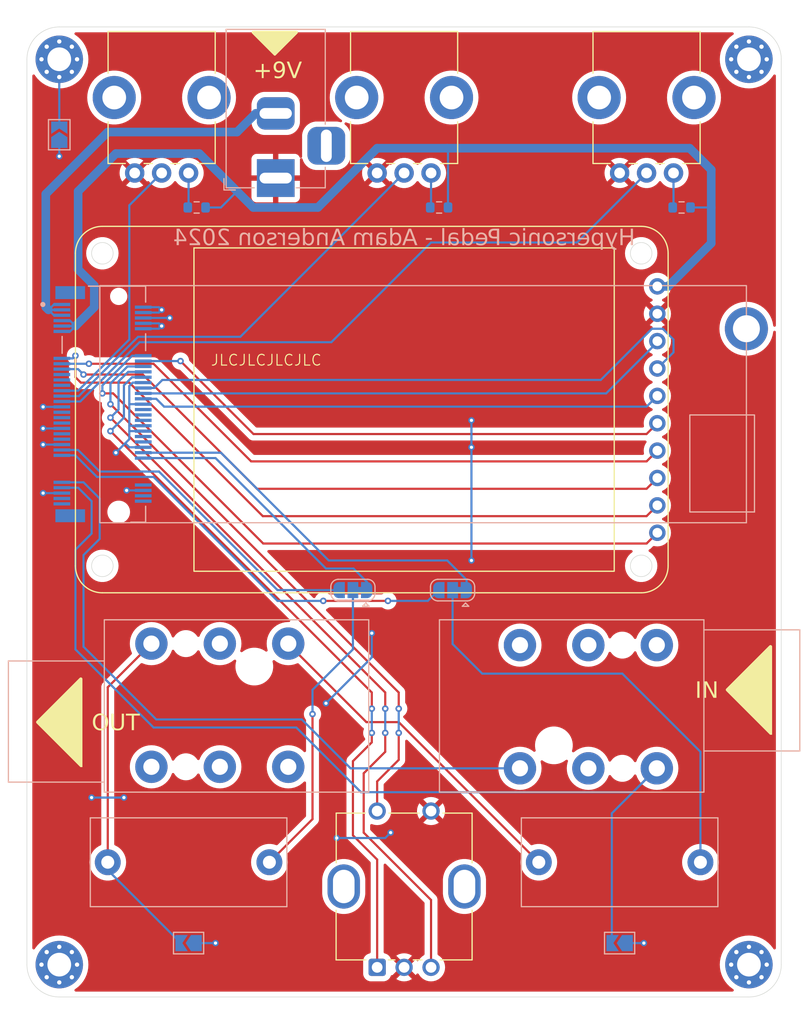
<source format=kicad_pcb>
(kicad_pcb (version 20240108) (generator "pcbnew") (generator_version "8.0")
  (layers (0 "F.Cu" signal) (31 "B.Cu" signal) (34 "B.Paste" user) (35 "F.Paste" user) (36 "B.SilkS" user "B.Silkscreen") (37 "F.SilkS" user "F.Silkscreen") (38 "B.Mask" user) (39 "F.Mask" user) (44 "Edge.Cuts" user))
  (net 0 "")
  (net 1 "Net-(JP3-C)")
  (net 2 "Net-(C1-Pad1)")
  (net 3 "Net-(JP4-C)")
  (net 4 "Net-(JP2-B)")
  (net 5 "GND")
  (net 6 "+9V")
  (net 8 "/IN-")
  (net 10 "+3V3")
  (net 11 "/MOSI")
  (net 13 "/A6")
  (net 15 "/MISO")
  (net 17 "/HP+")
  (net 18 "/LINE-")
  (net 26 "/LINE+")
  (net 27 "/A7")
  (net 28 "/D3")
  (net 29 "/BLK")
  (net 30 "/SD_CS")
  (net 31 "/SCREEN_DC")
  (net 32 "/D2")
  (net 33 "/SCLK")
  (net 34 "/HP-")
  (net 35 "/IN+")
  (net 40 "/D4")
  (net 41 "/A8")
  (net 42 "/SCREEN_RES")
  (net 45 "/SCREEN_CS")
  (net 47 "Net-(R1-Pad2)")
  (net 48 "Net-(R2-Pad2)")
  (net 49 "Net-(R3-Pad2)")
  (net 53 "Net-(JP5-B)")
  (footprint "MountingHole:MountingHole_2.2mm_M2_Pad_Via" (layer "F.Cu") (at 84.25 160.5)
    (property "Reference" "H4" (hide yes))
    (property "Value" "MountingHole_Pad" (hide yes))
    (pad "1" thru_hole circle (at -1.65 0) (size 0.7 0.7) (drill 0.4) (layers "*.Cu" "*.Mask"))
    (pad "1" thru_hole circle (at -1.166726 -1.166726) (size 0.7 0.7) (drill 0.4) (layers "*.Cu" "*.Mask"))
    (pad "1" thru_hole circle (at -1.166726 1.166726) (size 0.7 0.7) (drill 0.4) (layers "*.Cu" "*.Mask"))
    (pad "1" thru_hole circle (at 0 -1.65) (size 0.7 0.7) (drill 0.4) (layers "*.Cu" "*.Mask"))
    (pad "1" thru_hole circle (at 0 0) (size 4.4 4.4) (drill 2.2) (layers "*.Cu" "*.Mask"))
    (pad "1" thru_hole circle (at 0 1.65) (size 0.7 0.7) (drill 0.4) (layers "*.Cu" "*.Mask"))
    (pad "1" thru_hole circle (at 1.166726 -1.166726) (size 0.7 0.7) (drill 0.4) (layers "*.Cu" "*.Mask"))
    (pad "1" thru_hole circle (at 1.166726 1.166726) (size 0.7 0.7) (drill 0.4) (layers "*.Cu" "*.Mask"))
    (pad "1" thru_hole circle (at 1.65 0) (size 0.7 0.7) (drill 0.4) (layers "*.Cu" "*.Mask"))
  )
  (footprint "Potentiometer_THT:Potentiometer_Bourns_PTV09A-1_Single_Vertical" (layer "F.Cu") (at 96.25 87.05 90)
    (property "Reference" "RV1" (hide yes))
    (property "Value" "1K" (hide yes))
    (pad "" np_thru_hole circle (at 7 -6.9 90) (size 4 4) (drill 2.2) (layers "F&B.Cu" "*.Mask"))
    (pad "" np_thru_hole circle (at 7 1.899999 90) (size 4 4) (drill 2.2) (layers "F&B.Cu" "*.Mask"))
    (pad "1" thru_hole circle (at 0 0 90) (size 1.8 1.8) (drill 1) (layers "*.Cu" "*.Mask") (net 47 "Net-(R1-Pad2)"))
    (pad "2" thru_hole circle (at 0 -2.5 90) (size 1.8 1.8) (drill 1) (layers "*.Cu" "*.Mask") (net 13 "/A6"))
    (pad "3" thru_hole circle (at 0 -5 90) (size 1.8 1.8) (drill 1) (layers "*.Cu" "*.Mask") (net 5 "GND"))
  )
  (footprint "PedalLib:DFROBOT_TFT_1_8" (layer "F.Cu") (at 116.25 109)
    (property "Reference" "J5" (hide yes))
    (property "Value" "Conn_01x10_Pin" (hide yes))
    (fp_circle (center -28 -14.5) (end -27 -14.5) (stroke (width 0.05)) (fill none) (layer "Edge.Cuts"))
    (fp_circle (center -28 14.5) (end -27 14.5) (stroke (width 0.05)) (fill none) (layer "Edge.Cuts"))
    (fp_circle (center 22 -14.5) (end 23 -14.5) (stroke (width 0.05)) (fill none) (layer "Edge.Cuts"))
    (fp_circle (center 22 14.5) (end 23 14.5) (stroke (width 0.05)) (fill none) (layer "Edge.Cuts"))
    (pad "1" thru_hole circle (at 23.5 -11.43) (size 1.524 1.524) (drill 0.9) (layers "*.Cu" "*.Mask") (net 10 "+3V3"))
    (pad "2" thru_hole circle (at 23.5 -8.89) (size 1.524 1.524) (drill 0.9) (layers "*.Cu" "*.Mask") (net 5 "GND"))
    (pad "3" thru_hole circle (at 23.5 -6.35) (size 1.524 1.524) (drill 0.9) (layers "*.Cu" "*.Mask") (net 33 "/SCLK"))
    (pad "4" thru_hole circle (at 23.5 -3.81) (size 1.524 1.524) (drill 0.9) (layers "*.Cu" "*.Mask") (net 11 "/MOSI"))
    (pad "5" thru_hole circle (at 23.5 -1.27) (size 1.524 1.524) (drill 0.9) (layers "*.Cu" "*.Mask") (net 15 "/MISO"))
    (pad "6" thru_hole circle (at 23.5 1.27) (size 1.524 1.524) (drill 0.9) (layers "*.Cu" "*.Mask") (net 45 "/SCREEN_CS"))
    (pad "7" thru_hole circle (at 23.5 3.81) (size 1.524 1.524) (drill 0.9) (layers "*.Cu" "*.Mask") (net 42 "/SCREEN_RES"))
    (pad "8" thru_hole circle (at 23.5 6.35) (size 1.524 1.524) (drill 0.9) (layers "*.Cu" "*.Mask") (net 31 "/SCREEN_DC"))
    (pad "9" thru_hole circle (at 23.5 8.89) (size 1.524 1.524) (drill 0.9) (layers "*.Cu" "*.Mask") (net 29 "/BLK"))
    (pad "10" thru_hole circle (at 23.5 11.43) (size 1.524 1.524) (drill 0.9) (layers "*.Cu" "*.Mask") (net 30 "/SD_CS"))
  )
  (footprint "MountingHole:MountingHole_2.2mm_M2_Pad_Via" (layer "F.Cu") (at 148.25 76.5)
    (property "Reference" "H1" (hide yes))
    (property "Value" "MountingHole_Pad" (hide yes))
    (pad "1" thru_hole circle (at -1.65 0) (size 0.7 0.7) (drill 0.4) (layers "*.Cu" "*.Mask"))
    (pad "1" thru_hole circle (at -1.166726 -1.166726) (size 0.7 0.7) (drill 0.4) (layers "*.Cu" "*.Mask"))
    (pad "1" thru_hole circle (at -1.166726 1.166726) (size 0.7 0.7) (drill 0.4) (layers "*.Cu" "*.Mask"))
    (pad "1" thru_hole circle (at 0 -1.65) (size 0.7 0.7) (drill 0.4) (layers "*.Cu" "*.Mask"))
    (pad "1" thru_hole circle (at 0 0) (size 4.4 4.4) (drill 2.2) (layers "*.Cu" "*.Mask"))
    (pad "1" thru_hole circle (at 0 1.65) (size 0.7 0.7) (drill 0.4) (layers "*.Cu" "*.Mask"))
    (pad "1" thru_hole circle (at 1.166726 -1.166726) (size 0.7 0.7) (drill 0.4) (layers "*.Cu" "*.Mask"))
    (pad "1" thru_hole circle (at 1.166726 1.166726) (size 0.7 0.7) (drill 0.4) (layers "*.Cu" "*.Mask"))
    (pad "1" thru_hole circle (at 1.65 0) (size 0.7 0.7) (drill 0.4) (layers "*.Cu" "*.Mask"))
  )
  (footprint "Potentiometer_THT:Potentiometer_Bourns_PTV09A-1_Single_Vertical" (layer "F.Cu") (at 141.25 87.05 90)
    (property "Reference" "RV3" (hide yes))
    (property "Value" "1K" (hide yes))
    (pad "" np_thru_hole circle (at 7 -6.9 90) (size 4 4) (drill 2.2) (layers "F&B.Cu" "*.Mask"))
    (pad "" np_thru_hole circle (at 7 1.899999 90) (size 4 4) (drill 2.2) (layers "F&B.Cu" "*.Mask"))
    (pad "1" thru_hole circle (at 0 0 90) (size 1.8 1.8) (drill 1) (layers "*.Cu" "*.Mask") (net 49 "Net-(R3-Pad2)"))
    (pad "2" thru_hole circle (at 0 -2.5 90) (size 1.8 1.8) (drill 1) (layers "*.Cu" "*.Mask") (net 41 "/A8"))
    (pad "3" thru_hole circle (at 0 -5 90) (size 1.8 1.8) (drill 1) (layers "*.Cu" "*.Mask") (net 5 "GND"))
  )
  (footprint "Potentiometer_THT:Potentiometer_Bourns_PTV09A-1_Single_Vertical" (layer "F.Cu") (at 118.75 87.05 90)
    (property "Reference" "RV2" (hide yes))
    (property "Value" "1K" (hide yes))
    (pad "" np_thru_hole circle (at 7 -6.9 90) (size 4 4) (drill 2.2) (layers "F&B.Cu" "*.Mask"))
    (pad "" np_thru_hole circle (at 7 1.899999 90) (size 4 4) (drill 2.2) (layers "F&B.Cu" "*.Mask"))
    (pad "1" thru_hole circle (at 0 0 90) (size 1.8 1.8) (drill 1) (layers "*.Cu" "*.Mask") (net 48 "Net-(R2-Pad2)"))
    (pad "2" thru_hole circle (at 0 -2.5 90) (size 1.8 1.8) (drill 1) (layers "*.Cu" "*.Mask") (net 27 "/A7"))
    (pad "3" thru_hole circle (at 0 -5 90) (size 1.8 1.8) (drill 1) (layers "*.Cu" "*.Mask") (net 5 "GND"))
  )
  (footprint "MountingHole:MountingHole_2.2mm_M2_Pad_Via" (layer "F.Cu") (at 148.25 160.5)
    (property "Reference" "H3" (hide yes))
    (property "Value" "MountingHole_Pad" (hide yes))
    (pad "1" thru_hole circle (at -1.65 0) (size 0.7 0.7) (drill 0.4) (layers "*.Cu" "*.Mask"))
    (pad "1" thru_hole circle (at -1.166726 -1.166726) (size 0.7 0.7) (drill 0.4) (layers "*.Cu" "*.Mask"))
    (pad "1" thru_hole circle (at -1.166726 1.166726) (size 0.7 0.7) (drill 0.4) (layers "*.Cu" "*.Mask"))
    (pad "1" thru_hole circle (at 0 -1.65) (size 0.7 0.7) (drill 0.4) (layers "*.Cu" "*.Mask"))
    (pad "1" thru_hole circle (at 0 0) (size 4.4 4.4) (drill 2.2) (layers "*.Cu" "*.Mask"))
    (pad "1" thru_hole circle (at 0 1.65) (size 0.7 0.7) (drill 0.4) (layers "*.Cu" "*.Mask"))
    (pad "1" thru_hole circle (at 1.166726 -1.166726) (size 0.7 0.7) (drill 0.4) (layers "*.Cu" "*.Mask"))
    (pad "1" thru_hole circle (at 1.166726 1.166726) (size 0.7 0.7) (drill 0.4) (layers "*.Cu" "*.Mask"))
    (pad "1" thru_hole circle (at 1.65 0) (size 0.7 0.7) (drill 0.4) (layers "*.Cu" "*.Mask"))
  )
  (footprint "Rotary_Encoder:RotaryEncoder_Bourns_Vertical_PEC12R-3x17F-Sxxxx" (layer "F.Cu") (at 113.75 160.75 90)
    (property "Reference" "SW1" (hide yes))
    (property "Value" "RotaryEncoder_Switch" (hide yes))
    (pad "A" thru_hole roundrect (at 0 0 90) (size 1.6 1.6) (drill 1) (layers "*.Cu" "*.Mask") (roundrect_rratio 0.15625) (net 40 "/D4"))
    (pad "B" thru_hole circle (at 0 5 90) (size 1.6 1.6) (drill 1) (layers "*.Cu" "*.Mask") (net 28 "/D3"))
    (pad "C" thru_hole circle (at 0 2.5 90) (size 1.6 1.6) (drill 1) (layers "*.Cu" "*.Mask") (net 5 "GND"))
    (pad "S1" thru_hole circle (at 14.5 0 90) (size 1.6 1.6) (drill 1) (layers "*.Cu" "*.Mask") (net 32 "/D2"))
    (pad "S2" thru_hole circle (at 14.5 5 90) (size 1.6 1.6) (drill 1) (layers "*.Cu" "*.Mask") (net 5 "GND"))
    (pad "SH" thru_hole oval (at 7.5 -3.1 90) (size 4.1 3) (drill oval 3.1 2) (layers "*.Cu" "*.Mask"))
    (pad "SH" thru_hole oval (at 7.5 8.1 90) (size 4.1 3) (drill oval 3.1 2) (layers "*.Cu" "*.Mask"))
  )
  (footprint "MountingHole:MountingHole_2.2mm_M2_Pad_Via" (layer "F.Cu") (at 84.25 76.5)
    (property "Reference" "H2" (hide yes))
    (property "Value" "MountingHole_Pad" (hide yes))
    (pad "1" thru_hole circle (at -1.65 0) (size 0.7 0.7) (drill 0.4) (layers "*.Cu" "*.Mask") (net 53 "Net-(JP5-B)"))
    (pad "1" thru_hole circle (at -1.166726 -1.166726) (size 0.7 0.7) (drill 0.4) (layers "*.Cu" "*.Mask") (net 53 "Net-(JP5-B)"))
    (pad "1" thru_hole circle (at -1.166726 1.166726) (size 0.7 0.7) (drill 0.4) (layers "*.Cu" "*.Mask") (net 53 "Net-(JP5-B)"))
    (pad "1" thru_hole circle (at 0 -1.65) (size 0.7 0.7) (drill 0.4) (layers "*.Cu" "*.Mask") (net 53 "Net-(JP5-B)"))
    (pad "1" thru_hole circle (at 0 0) (size 4.4 4.4) (drill 2.2) (layers "*.Cu" "*.Mask") (net 53 "Net-(JP5-B)"))
    (pad "1" thru_hole circle (at 0 1.65) (size 0.7 0.7) (drill 0.4) (layers "*.Cu" "*.Mask") (net 53 "Net-(JP5-B)"))
    (pad "1" thru_hole circle (at 1.166726 -1.166726) (size 0.7 0.7) (drill 0.4) (layers "*.Cu" "*.Mask") (net 53 "Net-(JP5-B)"))
    (pad "1" thru_hole circle (at 1.166726 1.166726) (size 0.7 0.7) (drill 0.4) (layers "*.Cu" "*.Mask") (net 53 "Net-(JP5-B)"))
    (pad "1" thru_hole circle (at 1.65 0) (size 0.7 0.7) (drill 0.4) (layers "*.Cu" "*.Mask") (net 53 "Net-(JP5-B)"))
  )
  (footprint "Jumper:SolderJumper-3_P1.3mm_Bridged12_RoundedPad1.0x1.5mm" (layer "B.Cu") (at 120.75 125.75 180)
    (property "Reference" "JP3" (hide yes))
    (property "Value" "SolderJumper_3_Bridged12" (hide yes))
    (fp_poly (pts (xy -0.9 0.3) (xy -0.4 0.3) (xy -0.4 -0.3) (xy -0.9 -0.3)) (fill solid) (layer "B.Cu"))
    (pad "1" smd custom (at -1.3 0 180) (size 1 0.5) (layers "B.Cu" "B.Mask") (net 26 "/LINE+") (options (clearance outline) (anchor rect)) (primitives (gr_circle (center 0 -0.25) (end 0.5 -0.25) (width 0) (fill yes)) (gr_circle (center 0 0.25) (end 0.5 0.25) (width 0) (fill yes)) (gr_poly (pts (xy 0.55 -0.75) (xy 0 -0.75) (xy 0 0.75) (xy 0.55 0.75)) (width 0) (fill yes))))
    (pad "2" smd rect (at 0 0 180) (size 1 1.5) (layers "B.Cu" "B.Mask") (net 1 "Net-(JP3-C)"))
    (pad "3" smd custom (at 1.3 0 180) (size 1 0.5) (layers "B.Cu" "B.Mask") (net 17 "/HP+") (options (clearance outline) (anchor rect)) (primitives (gr_circle (center 0 -0.25) (end 0.5 -0.25) (width 0) (fill yes)) (gr_circle (center 0 0.25) (end 0.5 0.25) (width 0) (fill yes)) (gr_poly (pts (xy 0 -0.75) (xy -0.55 -0.75) (xy -0.55 0.75) (xy 0 0.75)) (width 0) (fill yes))))
  )
  (footprint "Jumper:SolderJumper-2_P1.3mm_Open_TrianglePad1.0x1.5mm" (layer "B.Cu") (at 84.25 83.5 90)
    (property "Reference" "JP5" (hide yes))
    (property "Value" "SolderJumper_2_Open" (hide yes))
    (pad "1" smd custom (at -0.724999 0 90) (size 0.3 0.3) (layers "B.Cu" "B.Mask") (net 5 "GND") (options (clearance outline) (anchor rect)) (primitives (gr_poly (pts (xy 1 0) (xy 0.5 -0.75) (xy -0.5 -0.75) (xy -0.5 0.75) (xy 0.5 0.75)) (width 0) (fill yes))))
    (pad "2" smd custom (at 0.724999 0 90) (size 0.3 0.3) (layers "B.Cu" "B.Mask") (net 53 "Net-(JP5-B)") (options (clearance outline) (anchor rect)) (primitives (gr_poly (pts (xy 0.5 -0.75) (xy -0.65 -0.75) (xy -0.15 0) (xy -0.65 0.75) (xy 0.5 0.75)) (width 0) (fill yes))))
  )
  (footprint "Jumper:SolderJumper-2_P1.3mm_Open_TrianglePad1.0x1.5mm" (layer "B.Cu") (at 136.25 158.5 180)
    (property "Reference" "JP1" (hide yes))
    (property "Value" "SolderJumper_2_Open" (hide yes))
    (pad "1" smd custom (at -0.725 0 180) (size 0.3 0.3) (layers "B.Cu" "B.Mask") (net 5 "GND") (options (clearance outline) (anchor rect)) (primitives (gr_poly (pts (xy 1 0) (xy 0.5 -0.75) (xy -0.5 -0.75) (xy -0.5 0.75) (xy 0.5 0.75)) (width 0) (fill yes))))
    (pad "2" smd custom (at 0.725 0 180) (size 0.3 0.3) (layers "B.Cu" "B.Mask") (net 8 "/IN-") (options (clearance outline) (anchor rect)) (primitives (gr_poly (pts (xy 0.5 -0.75) (xy -0.65 -0.75) (xy -0.15 0) (xy -0.65 0.75) (xy 0.5 0.75)) (width 0) (fill yes))))
  )
  (footprint "Jumper:SolderJumper-2_P1.3mm_Open_TrianglePad1.0x1.5mm" (layer "B.Cu") (at 96.25 158.5 180)
    (property "Reference" "JP2" (hide yes))
    (property "Value" "SolderJumper_2_Open" (hide yes))
    (pad "1" smd custom (at -0.725 0 180) (size 0.3 0.3) (layers "B.Cu" "B.Mask") (net 5 "GND") (options (clearance outline) (anchor rect)) (primitives (gr_poly (pts (xy 1 0) (xy 0.5 -0.75) (xy -0.5 -0.75) (xy -0.5 0.75) (xy 0.5 0.75)) (width 0) (fill yes))))
    (pad "2" smd custom (at 0.725 0 180) (size 0.3 0.3) (layers "B.Cu" "B.Mask") (net 4 "Net-(JP2-B)") (options (clearance outline) (anchor rect)) (primitives (gr_poly (pts (xy 0.5 -0.75) (xy -0.65 -0.75) (xy -0.15 0) (xy -0.65 0.75) (xy 0.5 0.75)) (width 0) (fill yes))))
  )
  (footprint "Jumper:SolderJumper-3_P1.3mm_Bridged12_RoundedPad1.0x1.5mm" (layer "B.Cu") (at 111.5 125.75 180)
    (property "Reference" "JP4" (hide yes))
    (property "Value" "SolderJumper_3_Bridged12" (hide yes))
    (fp_poly (pts (xy -0.9 0.3) (xy -0.4 0.3) (xy -0.4 -0.3) (xy -0.9 -0.3)) (fill solid) (layer "B.Cu"))
    (pad "1" smd custom (at -1.3 0 180) (size 1 0.5) (layers "B.Cu" "B.Mask") (net 18 "/LINE-") (options (clearance outline) (anchor rect)) (primitives (gr_circle (center 0 -0.25) (end 0.5 -0.25) (width 0) (fill yes)) (gr_circle (center 0 0.25) (end 0.5 0.25) (width 0) (fill yes)) (gr_poly (pts (xy 0.55 -0.75) (xy 0 -0.75) (xy 0 0.75) (xy 0.55 0.75)) (width 0) (fill yes))))
    (pad "2" smd rect (at 0 0 180) (size 1 1.5) (layers "B.Cu" "B.Mask") (net 3 "Net-(JP4-C)"))
    (pad "3" smd custom (at 1.3 0 180) (size 1 0.5) (layers "B.Cu" "B.Mask") (net 34 "/HP-") (options (clearance outline) (anchor rect)) (primitives (gr_circle (center 0 -0.25) (end 0.5 -0.25) (width 0) (fill yes)) (gr_circle (center 0 0.25) (end 0.5 0.25) (width 0) (fill yes)) (gr_poly (pts (xy 0 -0.75) (xy -0.55 -0.75) (xy -0.55 0.75) (xy 0 0.75)) (width 0) (fill yes))))
  )
  (footprint "Connector_BarrelJack:BarrelJack_Horizontal" (layer "B.Cu") (at 104.33326 87.523514 -90)
    (property "Reference" "J4" (hide yes))
    (property "Value" "Barrel_Jack_Switch" (hide yes))
    (pad "1" thru_hole rect (at 0 0 270) (size 3.5 3.5) (drill oval 1 3) (layers "*.Cu" "*.Mask") (net 5 "GND"))
    (pad "2" thru_hole roundrect (at -6 0 270) (size 3 3.5) (drill oval 1 3) (layers "*.Cu" "*.Mask") (net 6 "+9V"))
    (pad "3" thru_hole roundrect (at -3 -4.7 270) (size 3.5 3.5) (drill oval 3 1) (layers "*.Cu" "*.Mask"))
  )
  (footprint "Connector_Audio:Jack_6.35mm_Neutrik_NRJ6HF_Horizontal" (layer "B.Cu") (at 105.5 130.715 180)
    (property "Reference" "J2" (hide yes))
    (property "Value" "AudioJack3" (hide yes))
    (pad "" np_thru_hole circle (at 3.15 -2.13 180) (size 3 3) (drill 3) (layers "*.Cu" "*.Mask"))
    (pad "" np_thru_hole circle (at 9.5 -11.43 180) (size 2 2) (drill 2) (layers "*.Cu" "*.Mask"))
    (pad "" np_thru_hole circle (at 9.5 0 180) (size 2 2) (drill 2) (layers "*.Cu" "*.Mask"))
    (pad "R" thru_hole circle (at 6.35 0 180) (size 3 3) (drill 1.5) (layers "*.Cu" "*.Mask"))
    (pad "RN" thru_hole circle (at 6.35 -11.43 180) (size 3 3) (drill 1.5) (layers "*.Cu" "*.Mask"))
    (pad "S" thru_hole circle (at 12.7 0 180) (size 3 3) (drill 1.5) (layers "*.Cu" "*.Mask") (net 4 "Net-(JP2-B)"))
    (pad "SN" thru_hole circle (at 12.7 -11.43 180) (size 3 3) (drill 1.5) (layers "*.Cu" "*.Mask"))
    (pad "T" thru_hole circle (at 0 0 180) (size 3 3) (drill 1.5) (layers "*.Cu" "*.Mask") (net 2 "Net-(C1-Pad1)"))
    (pad "TN" thru_hole circle (at 0 -11.43 180) (size 3 3) (drill 1.5) (layers "*.Cu" "*.Mask"))
  )
  (footprint "Resistor_SMD:R_0603_1608Metric" (layer "B.Cu") (at 97 90.25 180)
    (property "Reference" "R1" (hide yes))
    (property "Value" "220R" (hide yes))
    (pad "1" smd roundrect (at -0.825 0 180) (size 0.8 0.95) (layers "B.Cu" "B.Paste" "B.Mask") (net 10 "+3V3"))
    (pad "2" smd roundrect (at 0.825 0 180) (size 0.8 0.95) (layers "B.Cu" "B.Paste" "B.Mask") (net 47 "Net-(R1-Pad2)"))
  )
  (footprint "Connector_Audio:Jack_6.35mm_Neutrik_NRJ6HF_Horizontal" (layer "B.Cu") (at 127 142.285)
    (property "Reference" "J3" (hide yes))
    (property "Value" "AudioJack3" (hide yes))
    (pad "" np_thru_hole circle (at 3.15 -2.13) (size 3 3) (drill 3) (layers "*.Cu" "*.Mask"))
    (pad "" np_thru_hole circle (at 9.5 -11.43) (size 2 2) (drill 2) (layers "*.Cu" "*.Mask"))
    (pad "" np_thru_hole circle (at 9.5 0) (size 2 2) (drill 2) (layers "*.Cu" "*.Mask"))
    (pad "R" thru_hole circle (at 6.35 0) (size 3 3) (drill 1.5) (layers "*.Cu" "*.Mask"))
    (pad "RN" thru_hole circle (at 6.35 -11.43) (size 3 3) (drill 1.5) (layers "*.Cu" "*.Mask"))
    (pad "S" thru_hole circle (at 12.7 0) (size 3 3) (drill 1.5) (layers "*.Cu" "*.Mask") (net 8 "/IN-"))
    (pad "SN" thru_hole circle (at 12.7 -11.43) (size 3 3) (drill 1.5) (layers "*.Cu" "*.Mask"))
    (pad "T" thru_hole circle (at 0 0) (size 3 3) (drill 1.5) (layers "*.Cu" "*.Mask") (net 35 "/IN+"))
    (pad "TN" thru_hole circle (at 0 -11.43) (size 3 3) (drill 1.5) (layers "*.Cu" "*.Mask"))
  )
  (footprint "Resistor_SMD:R_0603_1608Metric" (layer "B.Cu") (at 142 90.25 180)
    (property "Reference" "R3" (hide yes))
    (property "Value" "220R" (hide yes))
    (pad "1" smd roundrect (at -0.825 0 180) (size 0.8 0.95) (layers "B.Cu" "B.Paste" "B.Mask") (net 10 "+3V3"))
    (pad "2" smd roundrect (at 0.825 0 180) (size 0.8 0.95) (layers "B.Cu" "B.Paste" "B.Mask") (net 49 "Net-(R3-Pad2)"))
  )
  (footprint "Capacitor_THT:C_Rect_L18.0mm_W8.0mm_P15.00mm_FKS3_FKP3" (layer "B.Cu") (at 128.75 151)
    (property "Reference" "C1" (hide yes))
    (property "Value" "1uF" (hide yes))
    (pad "1" thru_hole circle (at 0 0) (size 2.4 2.4) (drill 1.2) (layers "*.Cu" "*.Mask") (net 2 "Net-(C1-Pad1)"))
    (pad "2" thru_hole circle (at 15 0) (size 2.4 2.4) (drill 1.2) (layers "*.Cu" "*.Mask") (net 1 "Net-(JP3-C)"))
  )
  (footprint "FPlib:TE_2199119-1" (layer "B.Cu") (at 89.765 108.5 -90)
    (property "Reference" "J1" (hide yes))
    (property "Value" "NGFF" (hide yes))
    (pad "" np_thru_hole circle (at -10 0 270) (size 1.1 1.1) (drill 1.1) (layers "*.Cu" "*.Mask"))
    (pad "" np_thru_hole circle (at 10 0 270) (size 1.6 1.6) (drill 1.6) (layers "*.Cu" "*.Mask"))
    (pad "1" smd rect (at -9.25 5.275 270) (size 0.3 1.55) (layers "B.Cu" "B.Paste" "B.Mask") (net 6 "+9V"))
    (pad "2" smd rect (at -9 -2.275 270) (size 0.3 1.55) (layers "B.Cu" "B.Paste" "B.Mask") (net 5 "GND"))
    (pad "3" smd rect (at -8.75 5.275 270) (size 0.3 1.55) (layers "B.Cu" "B.Paste" "B.Mask") (net 6 "+9V"))
    (pad "4" smd rect (at -8.5 -2.275 270) (size 0.3 1.55) (layers "B.Cu" "B.Paste" "B.Mask") (net 5 "GND"))
    (pad "5" smd rect (at -8.25 5.275 270) (size 0.3 1.55) (layers "B.Cu" "B.Paste" "B.Mask") (net 6 "+9V"))
    (pad "6" smd rect (at -8 -2.275 270) (size 0.3 1.55) (layers "B.Cu" "B.Paste" "B.Mask") (net 5 "GND"))
    (pad "7" smd rect (at -7.75 5.275 270) (size 0.3 1.55) (layers "B.Cu" "B.Paste" "B.Mask") (net 10 "+3V3"))
    (pad "8" smd rect (at -7.5 -2.275 270) (size 0.3 1.55) (layers "B.Cu" "B.Paste" "B.Mask") (net 5 "GND"))
    (pad "9" smd rect (at -7.25 5.275 270) (size 0.3 1.55) (layers "B.Cu" "B.Paste" "B.Mask") (net 10 "+3V3"))
    (pad "10" smd rect (at -7 -2.275 270) (size 0.3 1.55) (layers "B.Cu" "B.Paste" "B.Mask") (net 5 "GND"))
    (pad "11" smd rect (at -6.75 5.275 270) (size 0.3 1.55) (layers "B.Cu" "B.Paste" "B.Mask") (net 10 "+3V3"))
    (pad "20" smd rect (at -4.5 -2.275 270) (size 0.3 1.55) (layers "B.Cu" "B.Paste" "B.Mask") (net 30 "/SD_CS"))
    (pad "21" smd rect (at -4.25 5.275 270) (size 0.3 1.55) (layers "B.Cu" "B.Paste" "B.Mask") (net 29 "/BLK"))
    (pad "22" smd rect (at -4 -2.275 270) (size 0.3 1.55) (layers "B.Cu" "B.Paste" "B.Mask") (net 45 "/SCREEN_CS"))
    (pad "23" smd rect (at -3.75 5.275 270) (size 0.3 1.55) (layers "B.Cu" "B.Paste" "B.Mask") (net 42 "/SCREEN_RES"))
    (pad "24" smd rect (at -3.5 -2.275 270) (size 0.3 1.55) (layers "B.Cu" "B.Paste" "B.Mask") (net 32 "/D2"))
    (pad "25" smd rect (at -3.25 5.275 270) (size 0.3 1.55) (layers "B.Cu" "B.Paste" "B.Mask") (net 31 "/SCREEN_DC"))
    (pad "26" smd rect (at -3 -2.275 270) (size 0.3 1.55) (layers "B.Cu" "B.Paste" "B.Mask") (net 28 "/D3"))
    (pad "27" smd rect (at -2.75 5.275 270) (size 0.3 1.55) (layers "B.Cu" "B.Paste" "B.Mask"))
    (pad "28" smd rect (at -2.5 -2.275 270) (size 0.3 1.55) (layers "B.Cu" "B.Paste" "B.Mask") (net 40 "/D4"))
    (pad "29" smd rect (at -2.25 5.275 270) (size 0.3 1.55) (layers "B.Cu" "B.Paste" "B.Mask"))
    (pad "30" smd rect (at -2 -2.275 270) (size 0.3 1.55) (layers "B.Cu" "B.Paste" "B.Mask") (net 5 "GND"))
    (pad "31" smd rect (at -1.75 5.275 270) (size 0.3 1.55) (layers "B.Cu" "B.Paste" "B.Mask"))
    (pad "32" smd rect (at -1.5 -2.275 270) (size 0.3 1.55) (layers "B.Cu" "B.Paste" "B.Mask") (net 11 "/MOSI"))
    (pad "33" smd rect (at -1.25 5.275 270) (size 0.3 1.55) (layers "B.Cu" "B.Paste" "B.Mask") (net 13 "/A6"))
    (pad "34" smd rect (at -1 -2.275 270) (size 0.3 1.55) (layers "B.Cu" "B.Paste" "B.Mask") (net 33 "/SCLK"))
    (pad "35" smd rect (at -0.75 5.275 270) (size 0.3 1.55) (layers "B.Cu" "B.Paste" "B.Mask") (net 27 "/A7"))
    (pad "36" smd rect (at -0.5 -2.275 270) (size 0.3 1.55) (layers "B.Cu" "B.Paste" "B.Mask") (net 15 "/MISO"))
    (pad "37" smd rect (at -0.25 5.275 270) (size 0.3 1.55) (layers "B.Cu" "B.Paste" "B.Mask") (net 41 "/A8"))
    (pad "38" smd rect (at 0 -2.275 270) (size 0.3 1.55) (layers "B.Cu" "B.Paste" "B.Mask") (net 5 "GND"))
    (pad "39" smd rect (at 0.25 5.275 270) (size 0.3 1.55) (layers "B.Cu" "B.Paste" "B.Mask") (net 5 "GND"))
    (pad "40" smd rect (at 0.5 -2.275 270) (size 0.3 1.55) (layers "B.Cu" "B.Paste" "B.Mask"))
    (pad "41" smd rect (at 0.75 5.275 270) (size 0.3 1.55) (layers "B.Cu" "B.Paste" "B.Mask"))
    (pad "42" smd rect (at 1 -2.275 270) (size 0.3 1.55) (layers "B.Cu" "B.Paste" "B.Mask"))
    (pad "43" smd rect (at 1.25 5.275 270) (size 0.3 1.55) (layers "B.Cu" "B.Paste" "B.Mask"))
    (pad "44" smd rect (at 1.5 -2.275 270) (size 0.3 1.55) (layers "B.Cu" "B.Paste" "B.Mask"))
    (pad "45" smd rect (at 1.75 5.275 270) (size 0.3 1.55) (layers "B.Cu" "B.Paste" "B.Mask"))
    (pad "46" smd rect (at 2 -2.275 270) (size 0.3 1.55) (layers "B.Cu" "B.Paste" "B.Mask") (net 5 "GND"))
    (pad "47" smd rect (at 2.25 5.275 270) (size 0.3 1.55) (layers "B.Cu" "B.Paste" "B.Mask") (net 5 "GND"))
    (pad "48" smd rect (at 2.5 -2.275 270) (size 0.3 1.55) (layers "B.Cu" "B.Paste" "B.Mask") (net 5 "GND"))
    (pad "49" smd rect (at 2.75 5.275 270) (size 0.3 1.55) (layers "B.Cu" "B.Paste" "B.Mask"))
    (pad "50" smd rect (at 3 -2.275 270) (size 0.3 1.55) (layers "B.Cu" "B.Paste" "B.Mask"))
    (pad "51" smd rect (at 3.25 5.275 270) (size 0.3 1.55) (layers "B.Cu" "B.Paste" "B.Mask"))
    (pad "52" smd rect (at 3.5 -2.275 270) (size 0.3 1.55) (layers "B.Cu" "B.Paste" "B.Mask"))
    (pad "53" smd rect (at 3.75 5.275 270) (size 0.3 1.55) (layers "B.Cu" "B.Paste" "B.Mask") (net 5 "GND"))
    (pad "54" smd rect (at 4 -2.275 270) (size 0.3 1.55) (layers "B.Cu" "B.Paste" "B.Mask") (net 5 "GND"))
    (pad "55" smd rect (at 4.25 5.275 270) (size 0.3 1.55) (layers "B.Cu" "B.Paste" "B.Mask") (net 34 "/HP-"))
    (pad "56" smd rect (at 4.5 -2.275 270) (size 0.3 1.55) (layers "B.Cu" "B.Paste" "B.Mask") (net 26 "/LINE+"))
    (pad "57" smd rect (at 4.75 5.275 270) (size 0.3 1.55) (layers "B.Cu" "B.Paste" "B.Mask") (net 17 "/HP+"))
    (pad "58" smd rect (at 5 -2.275 270) (size 0.3 1.55) (layers "B.Cu" "B.Paste" "B.Mask") (net 18 "/LINE-"))
    (pad "67" smd rect (at 7.25 5.275 270) (size 0.3 1.55) (layers "B.Cu" "B.Paste" "B.Mask") (net 35 "/IN+"))
    (pad "68" smd rect (at 7.5 -2.275 270) (size 0.3 1.55) (layers "B.Cu" "B.Paste" "B.Mask"))
    (pad "69" smd rect (at 7.75 5.275 270) (size 0.3 1.55) (layers "B.Cu" "B.Paste" "B.Mask") (net 8 "/IN-"))
    (pad "70" smd rect (at 8 -2.275 270) (size 0.3 1.55) (layers "B.Cu" "B.Paste" "B.Mask") (net 5 "GND"))
    (pad "71" smd rect (at 8.25 5.275 270) (size 0.3 1.55) (layers "B.Cu" "B.Paste" "B.Mask") (net 5 "GND"))
    (pad "72" smd rect (at 8.5 -2.275 270) (size 0.3 1.55) (layers "B.Cu" "B.Paste" "B.Mask"))
    (pad "73" smd rect (at 8.75 5.275 270) (size 0.3 1.55) (layers "B.Cu" "B.Paste" "B.Mask"))
    (pad "74" smd rect (at 9 -2.275 270) (size 0.3 1.55) (layers "B.Cu" "B.Paste" "B.Mask"))
    (pad "75" smd rect (at 9.25 5.275 270) (size 0.3 1.55) (layers "B.Cu" "B.Paste" "B.Mask"))
    (pad "SH1" smd rect (at -10.35 4.5 270) (size 1.2 2.75) (layers "B.Cu" "B.Paste" "B.Mask"))
    (pad "SH2" smd rect (at 10.35 4.5 270) (size 1.2 2.75) (layers "B.Cu" "B.Paste" "B.Mask"))
    (pad "SH3" thru_hole circle (at -7 -58.25 270) (size 4 4) (drill 2.5) (layers "*.Cu" "*.Mask"))
  )
  (footprint "Capacitor_THT:C_Rect_L18.0mm_W8.0mm_P15.00mm_FKS3_FKP3" (layer "B.Cu") (at 88.75 151)
    (property "Reference" "C2" (hide yes))
    (property "Value" "1uF" (hide yes))
    (pad "1" thru_hole circle (at 0 0) (size 2.4 2.4) (drill 1.2) (layers "*.Cu" "*.Mask") (net 4 "Net-(JP2-B)"))
    (pad "2" thru_hole circle (at 15 0) (size 2.4 2.4) (drill 1.2) (layers "*.Cu" "*.Mask") (net 3 "Net-(JP4-C)"))
  )
  (footprint "Resistor_SMD:R_0603_1608Metric" (layer "B.Cu") (at 119.5 90.25 180)
    (property "Reference" "R2" (hide yes))
    (property "Value" "220R" (hide yes))
    (pad "1" smd roundrect (at -0.825 0 180) (size 0.8 0.95) (layers "B.Cu" "B.Paste" "B.Mask") (net 10 "+3V3"))
    (pad "2" smd roundrect (at 0.825 0 180) (size 0.8 0.95) (layers "B.Cu" "B.Paste" "B.Mask") (net 48 "Net-(R2-Pad2)"))
  )
  (gr_poly (pts (xy 106.25 74) (xy 104.25 76) (xy 102.25 74)) (stroke (width 0.3)) (fill solid) (layer "F.SilkS"))
  (gr_poly (pts (xy 86.25 134) (xy 82.25 138) (xy 86.25 142)) (stroke (width 0.3)) (fill solid) (layer "F.SilkS"))
  (gr_poly (pts (xy 150.25 131) (xy 146.25 135) (xy 150.25 139)) (stroke (width 0.3)) (fill solid) (layer "F.SilkS"))
  (gr_arc (start 81.25 76.5) (mid 82.12868 74.37868) (end 84.25 73.5) (stroke (width 0.05)) (layer "Edge.Cuts"))
  (gr_line (start 81.25 160.5) (end 81.25 76.5) (stroke (width 0.05)) (layer "Edge.Cuts"))
  (gr_arc (start 84.25 163.5) (mid 82.12868 162.62132) (end 81.25 160.5) (stroke (width 0.05)) (layer "Edge.Cuts"))
  (gr_line (start 151.25 76.5) (end 151.25 160.5) (stroke (width 0.05)) (layer "Edge.Cuts"))
  (gr_arc (start 151.25 160.5) (mid 150.37132 162.62132) (end 148.25 163.5) (stroke (width 0.05)) (layer "Edge.Cuts"))
  (gr_line (start 84.25 73.5) (end 148.25 73.5) (stroke (width 0.05)) (layer "Edge.Cuts"))
  (gr_arc (start 148.25 73.5) (mid 150.37132 74.37868) (end 151.25 76.5) (stroke (width 0.05)) (layer "Edge.Cuts"))
  (gr_line (start 148.25 163.5) (end 84.25 163.5) (stroke (width 0.05)) (layer "Edge.Cuts"))
  (gr_text "Hypersonic Pedal - Adam Anderson 2024" (at 116.25 94 0) (layer "B.SilkS") (effects (font (size 1.5 1.5) (thickness 0.2) (italic yes)) (justify bottom mirror)))
  (gr_text "IN" (at 143.25 136 0) (layer "F.SilkS") (effects (font (size 1.5 1.5) (thickness 0.2) (italic yes)) (justify left bottom)))
  (gr_text "+9V" (at 102.25 78.5 0) (layer "F.SilkS") (effects (font (size 1.5 1.5) (thickness 0.2) (italic yes)) (justify left bottom)))
  (gr_text "OUT" (at 87.25 139 0) (layer "F.SilkS") (effects (font (size 1.5 1.5) (thickness 0.2) (italic yes)) (justify left bottom)))
  (gr_text "JLCJLCJLCJLC" (at 98.25 105 0) (layer "F.SilkS") (effects (font (size 1 1) (thickness 0.1)) (justify left bottom)))
  (segment (start 120.75 130.75) (end 120.75 125.75) (width 0.2) (layer "B.Cu") (net 1))
  (segment (start 143.75 151) (end 143.75 140.75) (width 0.2) (layer "B.Cu") (net 1))
  (segment (start 136.5 133.5) (end 123.5 133.5) (width 0.2) (layer "B.Cu") (net 1))
  (segment (start 123.5 133.5) (end 120.75 130.75) (width 0.2) (layer "B.Cu") (net 1))
  (segment (start 143.75 140.75) (end 136.5 133.5) (width 0.2) (layer "B.Cu") (net 1))
  (segment (start 128.75 151) (end 115.75 138) (width 0.2) (layer "F.Cu") (net 2))
  (segment (start 105.5 130.75) (end 105.5 130.715) (width 0.2) (layer "F.Cu") (net 2))
  (segment (start 112.75 138) (end 105.5 130.75) (width 0.2) (layer "F.Cu") (net 2))
  (segment (start 115.75 138) (end 112.75 138) (width 0.2) (layer "F.Cu") (net 2))
  (segment (start 107.75 137.25) (end 107.75 147) (width 0.2) (layer "F.Cu") (net 3))
  (segment (start 107.75 147) (end 103.75 151) (width 0.2) (layer "F.Cu") (net 3))
  (via (at 107.75 137.25) (size 0.6) (drill 0.3) (layers "F.Cu" "B.Cu") (net 3))
  (segment (start 107.75 135) (end 111.5 131.25) (width 0.2) (layer "B.Cu") (net 3))
  (segment (start 107.75 137.25) (end 107.75 135) (width 0.2) (layer "B.Cu") (net 3))
  (segment (start 111.5 131.25) (end 111.5 125.75) (width 0.2) (layer "B.Cu") (net 3))
  (segment (start 88.75 151) (end 88.75 134.765) (width 0.2) (layer "F.Cu") (net 4))
  (segment (start 88.75 134.765) (end 92.8 130.715) (width 0.2) (layer "F.Cu") (net 4))
  (segment (start 88.75 151.725) (end 88.75 151) (width 0.2) (layer "B.Cu") (net 4))
  (segment (start 95.525 158.5) (end 88.75 151.725) (width 0.2) (layer "B.Cu") (net 4))
  (via (at 84.25 85.5) (size 0.6) (drill 0.3) (layers "F.Cu" "B.Cu") (net 5))
  (via (at 89.5 113) (size 0.6) (drill 0.3) (layers "F.Cu" "B.Cu") (net 5))
  (via (at 82.75 110.75) (size 0.6) (drill 0.3) (layers "F.Cu" "B.Cu") (net 5))
  (via (at 109 136.25) (size 0.6) (drill 0.3) (layers "F.Cu" "B.Cu") (net 5))
  (via (at 138.5 158.5) (size 0.6) (drill 0.3) (layers "F.Cu" "B.Cu") (net 5))
  (via (at 113.25 129.75) (size 0.6) (drill 0.3) (layers "F.Cu" "B.Cu") (net 5))
  (via (at 94.5 100.5) (size 0.6) (drill 0.3) (layers "F.Cu" "B.Cu") (net 5))
  (via (at 93.75 99.75) (size 0.6) (drill 0.3) (layers "F.Cu" "B.Cu") (net 5))
  (via (at 110 148.75) (size 0.6) (drill 0.3) (layers "F.Cu" "B.Cu") (net 5))
  (via (at 122.5 112.5) (size 0.6) (drill 0.3) (layers "F.Cu" "B.Cu") (net 5))
  (via (at 90.5 116.5) (size 0.6) (drill 0.3) (layers "F.Cu" "B.Cu") (net 5))
  (via (at 87.25 145) (size 0.6) (drill 0.3) (layers "F.Cu" "B.Cu") (net 5))
  (via (at 115 148.25) (size 0.6) (drill 0.3) (layers "F.Cu" "B.Cu") (net 5))
  (via (at 122.5 123) (size 0.6) (drill 0.3) (layers "F.Cu" "B.Cu") (net 5))
  (via (at 82.75 116.75) (size 0.6) (drill 0.3) (layers "F.Cu" "B.Cu") (net 5))
  (via (at 82.75 108.75) (size 0.6) (drill 0.3) (layers "F.Cu" "B.Cu") (net 5))
  (via (at 93.75 101.25) (size 0.6) (drill 0.3) (layers "F.Cu" "B.Cu") (net 5))
  (via (at 122.5 110) (size 0.6) (drill 0.3) (layers "F.Cu" "B.Cu") (net 5))
  (via (at 82.75 112.25) (size 0.6) (drill 0.3) (layers "F.Cu" "B.Cu") (net 5))
  (via (at 90.25 145) (size 0.6) (drill 0.3) (layers "F.Cu" "B.Cu") (net 5))
  (via (at 98.75 158.5) (size 0.6) (drill 0.3) (layers "F.Cu" "B.Cu") (net 5))
  (segment (start 90.375 112.125) (end 90.75 111.75) (width 0.2) (layer "B.Cu") (net 5))
  (segment (start 122.5 110) (end 122.5 112.5) (width 0.2) (layer "B.Cu") (net 5))
  (segment (start 92.039999 110.5) (end 90.75 110.5) (width 0.2) (layer "B.Cu") (net 5))
  (segment (start 92.04 99.5) (end 93.5 99.5) (width 0.2) (layer "B.Cu") (net 5))
  (segment (start 92.04 116.5) (end 90.5 116.5) (width 0.2) (layer "B.Cu") (net 5))
  (segment (start 113.25 132) (end 109 136.25) (width 0.2) (layer "B.Cu") (net 5))
  (segment (start 92.04 112.5) (end 90.75 112.5) (width 0.2) (layer "B.Cu") (net 5))
  (segment (start 110 148.75) (end 114.5 148.75) (width 0.2) (layer "B.Cu") (net 5))
  (segment (start 90.75 110.5) (end 90.75 108.5) (width 0.2) (layer "B.Cu") (net 5))
  (segment (start 136.975 158.5) (end 138.5 158.5) (width 0.2) (layer "B.Cu") (net 5))
  (segment (start 92.04 108.5) (end 90.75 108.5) (width 0.2) (layer "B.Cu") (net 5))
  (segment (start 114.5 148.75) (end 115 148.25) (width 0.2) (layer "B.Cu") (net 5))
  (segment (start 92.04 100.5) (end 94.5 100.5) (width 0.2) (layer "B.Cu") (net 5))
  (segment (start 92.039999 101.5) (end 93.5 101.5) (width 0.2) (layer "B.Cu") (net 5))
  (segment (start 84.49 116.75) (end 82.75 116.75) (width 0.2) (layer "B.Cu") (net 5))
  (segment (start 91.065686 106.5) (end 92.039999 106.5) (width 0.2) (layer "B.Cu") (net 5))
  (segment (start 92.04 99.999999) (end 93.500001 99.999999) (width 0.2) (layer "B.Cu") (net 5))
  (segment (start 93.5 99.5) (end 93.75 99.75) (width 0.2) (layer "B.Cu") (net 5))
  (segment (start 84.49 112.25) (end 82.75 112.25) (width 0.2) (layer "B.Cu") (net 5))
  (segment (start 90.75 112.5) (end 90.375 112.125) (width 0.2) (layer "B.Cu") (net 5))
  (segment (start 93.5 101.5) (end 93.75 101.25) (width 0.2) (layer "B.Cu") (net 5))
  (segment (start 92.04 101) (end 93.5 101) (width 0.2) (layer "B.Cu") (net 5))
  (segment (start 93.500001 99.999999) (end 93.75 99.75) (width 0.2) (layer "B.Cu") (net 5))
  (segment (start 84.49 110.75) (end 82.75 110.75) (width 0.2) (layer "B.Cu") (net 5))
  (segment (start 84.49 108.75) (end 82.75 108.75) (width 0.2) (layer "B.Cu") (net 5))
  (segment (start 93.5 101) (end 93.75 101.25) (width 0.2) (layer "B.Cu") (net 5))
  (segment (start 87.25 145) (end 90.25 145) (width 0.2) (layer "B.Cu") (net 5))
  (segment (start 84.25 85.5) (end 84.25 84.224999) (width 0.2) (layer "B.Cu") (net 5))
  (segment (start 113.25 129.75) (end 113.25 132) (width 0.2) (layer "B.Cu") (net 5))
  (segment (start 96.975 158.5) (end 98.75 158.5) (width 0.2) (layer "B.Cu") (net 5))
  (segment (start 90.75 108.5) (end 90.75 106.815686) (width 0.2) (layer "B.Cu") (net 5))
  (segment (start 90.75 111.75) (end 90.75 111) (width 0.2) (layer "B.Cu") (net 5))
  (segment (start 90.75 111) (end 90.75 110.5) (width 0.2) (layer "B.Cu") (net 5))
  (segment (start 92.04 111) (end 90.75 111) (width 0.2) (layer "B.Cu") (net 5))
  (segment (start 89.5 113) (end 90.375 112.125) (width 0.2) (layer "B.Cu") (net 5))
  (segment (start 90.75 106.815686) (end 91.065686 106.5) (width 0.2) (layer "B.Cu") (net 5))
  (segment (start 122.5 112.5) (end 122.5 123) (width 0.2) (layer "B.Cu") (net 5))
  (segment (start 83.25 99.75) (end 83.75 99.25) (width 0.2) (layer "B.Cu") (net 6))
  (segment (start 83 99.5) (end 83 89) (width 0.8) (layer "B.Cu") (net 6))
  (segment (start 83.75 99.25) (end 84.49 99.25) (width 0.2) (layer "B.Cu") (net 6))
  (segment (start 83.75 100.25) (end 84.49 100.25) (width 0.2) (layer "B.Cu") (net 6))
  (segment (start 88.75 83.25) (end 100.75 83.25) (width 0.8) (layer "B.Cu") (net 6))
  (segment (start 83.25 99.75) (end 83.75 100.25) (width 0.2) (layer "B.Cu") (net 6))
  (segment (start 83.25 99.75) (end 84.49 99.75) (width 0.2) (layer "B.Cu") (net 6))
  (segment (start 100.75 83.25) (end 102.476486 81.523514) (width 0.8) (layer "B.Cu") (net 6))
  (segment (start 102.476486 81.523514) (end 104.33326 81.523514) (width 0.8) (layer "B.Cu") (net 6))
  (segment (start 83 89) (end 88.75 83.25) (width 0.8) (layer "B.Cu") (net 6))
  (segment (start 83.25 99.75) (end 83 99.5) (width 0.8) (layer "B.Cu") (net 6))
  (segment (start 85.75 131.25) (end 85.75 122) (width 0.2) (layer "B.Cu") (net 8))
  (segment (start 87.25 117.5) (end 86 116.25) (width 0.2) (layer "B.Cu") (net 8))
  (segment (start 87.25 120.5) (end 87.25 117.5) (width 0.2) (layer "B.Cu") (net 8))
  (segment (start 93 138.5) (end 85.75 131.25) (width 0.2) (layer "B.Cu") (net 8))
  (segment (start 139.7 142.285) (end 137.485 144.5) (width 0.2) (layer "B.Cu") (net 8))
  (segment (start 137.485 144.5) (end 112.25 144.5) (width 0.2) (layer "B.Cu") (net 8))
  (segment (start 106.25 138.5) (end 93 138.5) (width 0.2) (layer "B.Cu") (net 8))
  (segment (start 85.75 122) (end 87.25 120.5) (width 0.2) (layer "B.Cu") (net 8))
  (segment (start 112.25 144.5) (end 106.25 138.5) (width 0.2) (layer "B.Cu") (net 8))
  (segment (start 135.525 146.46) (end 139.7 142.285) (width 0.2) (layer "B.Cu") (net 8))
  (segment (start 135.525 158.5) (end 135.525 146.46) (width 0.2) (layer "B.Cu") (net 8))
  (segment (start 86 116.25) (end 84.49 116.25) (width 0.2) (layer "B.Cu") (net 8))
  (segment (start 144.75 90.25) (end 144.75 93.57) (width 0.8) (layer "B.Cu") (net 10))
  (segment (start 89.5 85.25) (end 97.25 85.25) (width 0.8) (layer "B.Cu") (net 10))
  (segment (start 142.825 90.25) (end 144.75 90.25) (width 0.2) (layer "B.Cu") (net 10))
  (segment (start 97.825 90.25) (end 99.25 90.25) (width 0.2) (layer "B.Cu") (net 10))
  (segment (start 120.325 84.825) (end 120.25 84.75) (width 0.2) (layer "B.Cu") (net 10))
  (segment (start 99.25 90.25) (end 100.75 88.75) (width 0.2) (layer "B.Cu") (net 10))
  (segment (start 85.25 101.75) (end 84.49 101.75) (width 0.2) (layer "B.Cu") (net 10))
  (segment (start 113.75 84.75) (end 120.25 84.75) (width 0.8) (layer "B.Cu") (net 10))
  (segment (start 144.75 86.75) (end 144.75 90.25) (width 0.8) (layer "B.Cu") (net 10))
  (segment (start 120.25 84.75) (end 142.75 84.75) (width 0.8) (layer "B.Cu") (net 10))
  (segment (start 85.75 101.25) (end 85.25 101.75) (width 0.2) (layer "B.Cu") (net 10))
  (segment (start 85.75 101.25) (end 85.25 100.75) (width 0.2) (layer "B.Cu") (net 10))
  (segment (start 84.49 101.25) (end 85.75 101.25) (width 0.2) (layer "B.Cu") (net 10))
  (segment (start 85.25 100.75) (end 84.49 100.75) (width 0.2) (layer "B.Cu") (net 10))
  (segment (start 87.5 99.5) (end 87.5 97.5) (width 0.8) (layer "B.Cu") (net 10))
  (segment (start 87.5 97.5) (end 86 96) (width 0.8) (layer "B.Cu") (net 10))
  (segment (start 120.325 90.25) (end 120.325 84.825) (width 0.2) (layer "B.Cu") (net 10))
  (segment (start 86 96) (end 86 88.75) (width 0.8) (layer "B.Cu") (net 10))
  (segment (start 144.75 93.57) (end 140.75 97.57) (width 0.8) (layer "B.Cu") (net 10))
  (segment (start 86 88.75) (end 89.5 85.25) (width 0.8) (layer "B.Cu") (net 10))
  (segment (start 85.75 101.25) (end 87.5 99.5) (width 0.8) (layer "B.Cu") (net 10))
  (segment (start 140.75 97.57) (end 139.75 97.57) (width 0.8) (layer "B.Cu") (net 10))
  (segment (start 97.25 85.25) (end 100.75 88.75) (width 0.8) (layer "B.Cu") (net 10))
  (segment (start 142.75 84.75) (end 144.75 86.75) (width 0.8) (layer "B.Cu") (net 10))
  (segment (start 108.25 90.25) (end 113.75 84.75) (width 0.8) (layer "B.Cu") (net 10))
  (segment (start 100.75 88.75) (end 102.25 90.25) (width 0.8) (layer "B.Cu") (net 10))
  (segment (start 102.25 90.25) (end 108.25 90.25) (width 0.8) (layer "B.Cu") (net 10))
  (segment (start 141.25 102.5) (end 140.25 101.5) (width 0.2) (layer "B.Cu") (net 11))
  (segment (start 140.25 101.5) (end 139.25 101.5) (width 0.2) (layer "B.Cu") (net 11))
  (segment (start 139.75 105.19) (end 141.25 103.69) (width 0.2) (layer "B.Cu") (net 11))
  (segment (start 93.814999 106.25) (end 93.064999 107) (width 0.2) (layer "B.Cu") (net 11))
  (segment (start 134.5 106.25) (end 93.814999 106.25) (width 0.2) (layer "B.Cu") (net 11))
  (segment (start 93.064999 107) (end 92.04 107) (width 0.2) (layer "B.Cu") (net 11))
  (segment (start 141.25 103.69) (end 141.25 102.5) (width 0.2) (layer "B.Cu") (net 11))
  (segment (start 139.25 101.5) (end 134.5 106.25) (width 0.2) (layer "B.Cu") (net 11))
  (segment (start 86 107.25) (end 90.75 102.5) (width 0.2) (layer "B.Cu") (net 13))
  (segment (start 90.75 90.05) (end 93.75 87.05) (width 0.2) (layer "B.Cu") (net 13))
  (segment (start 90.75 102.5) (end 90.75 90.05) (width 0.2) (layer "B.Cu") (net 13))
  (segment (start 84.49 107.25) (end 86 107.25) (width 0.2) (layer "B.Cu") (net 13))
  (segment (start 139.75 107.73) (end 138.75 108.73) (width 0.2) (layer "B.Cu") (net 15))
  (segment (start 138.75 108.73) (end 93.98 108.73) (width 0.2) (layer "B.Cu") (net 15))
  (segment (start 93.98 108.73) (end 93.250001 108.000001) (width 0.2) (layer "B.Cu") (net 15))
  (segment (start 93.250001 108.000001) (end 92.04 108.000001) (width 0.2) (layer "B.Cu") (net 15))
  (segment (start 114.75 126.75) (end 108.75 126.75) (width 0.2) (layer "F.Cu") (net 17))
  (via (at 108.75 126.75) (size 0.6) (drill 0.3) (layers "F.Cu" "B.Cu") (net 17))
  (via (at 114.75 126.75) (size 0.6) (drill 0.3) (layers "F.Cu" "B.Cu") (net 17))
  (segment (start 85.75 113.25) (end 84.49 113.25) (width 0.2) (layer "B.Cu") (net 17))
  (segment (start 108.75 126.75) (end 104.5 126.75) (width 0.2) (layer "B.Cu") (net 17))
  (segment (start 114.75 126.75) (end 118.45 126.75) (width 0.2) (layer "B.Cu") (net 17))
  (segment (start 104.5 126.75) (end 93 115.25) (width 0.2) (layer "B.Cu") (net 17))
  (segment (start 118.45 126.75) (end 119.45 125.75) (width 0.2) (layer "B.Cu") (net 17))
  (segment (start 93 115.25) (end 87.75 115.25) (width 0.2) (layer "B.Cu") (net 17))
  (segment (start 87.75 115.25) (end 85.75 113.25) (width 0.2) (layer "B.Cu") (net 17))
  (segment (start 112.8 124.995) (end 111.555 123.75) (width 0.2) (layer "B.Cu") (net 18))
  (segment (start 98.75 113.5) (end 92.04 113.5) (width 0.2) (layer "B.Cu") (net 18))
  (segment (start 109 123.75) (end 98.75 113.5) (width 0.2) (layer "B.Cu") (net 18))
  (segment (start 111.555 123.75) (end 109 123.75) (width 0.2) (layer "B.Cu") (net 18))
  (segment (start 112.8 125.75) (end 112.8 124.995) (width 0.2) (layer "B.Cu") (net 18))
  (segment (start 120.25 123) (end 109.25 123) (width 0.2) (layer "B.Cu") (net 26))
  (segment (start 99.25 113) (end 92.039999 113) (width 0.2) (layer "B.Cu") (net 26))
  (segment (start 122.05 125.75) (end 122.05 124.8) (width 0.2) (layer "B.Cu") (net 26))
  (segment (start 122.05 124.8) (end 120.25 123) (width 0.2) (layer "B.Cu") (net 26))
  (segment (start 109.25 123) (end 99.25 113) (width 0.2) (layer "B.Cu") (net 26))
  (segment (start 86.065686 107.75) (end 91.565686 102.25) (width 0.2) (layer "B.Cu") (net 27))
  (segment (start 91.565686 102.25) (end 101.05 102.25) (width 0.2) (layer "B.Cu") (net 27))
  (segment (start 101.05 102.25) (end 116.25 87.05) (width 0.2) (layer "B.Cu") (net 27))
  (segment (start 84.49 107.75) (end 86.065686 107.75) (width 0.2) (layer "B.Cu") (net 27))
  (segment (start 118.75 154.5) (end 118.75 160.75) (width 0.2) (layer "F.Cu") (net 28))
  (segment (start 114.5 135.25) (end 89 109.75) (width 0.2) (layer "F.Cu") (net 28))
  (segment (start 114.5 140.75) (end 112.5 142.75) (width 0.2) (layer "F.Cu") (net 28))
  (segment (start 112.5 142.75) (end 112.5 148.25) (width 0.2) (layer "F.Cu") (net 28))
  (segment (start 112.5 148.25) (end 118.75 154.5) (width 0.2) (layer "F.Cu") (net 28))
  (segment (start 114.5 139) (end 114.5 140.75) (width 0.2) (layer "F.Cu") (net 28))
  (segment (start 114.5 136.75) (end 114.5 135.25) (width 0.2) (layer "F.Cu") (net 28))
  (via (at 89 109.75) (size 0.6) (drill 0.3) (layers "F.Cu" "B.Cu") (net 28))
  (via (at 114.5 139) (size 0.6) (drill 0.3) (layers "F.Cu" "B.Cu") (net 28))
  (via (at 114.5 136.75) (size 0.6) (drill 0.3) (layers "F.Cu" "B.Cu") (net 28))
  (segment (start 89.75 109) (end 89.75 106.396372) (width 0.2) (layer "B.Cu") (net 28))
  (segment (start 89 109.75) (end 89.75 109) (width 0.2) (layer "B.Cu") (net 28))
  (segment (start 114.5 136.75) (end 114.5 139) (width 0.2) (layer "B.Cu") (net 28))
  (segment (start 89.75 106.396372) (end 90.646372 105.5) (width 0.2) (layer "B.Cu") (net 28))
  (segment (start 90.646372 105.5) (end 92.04 105.5) (width 0.2) (layer "B.Cu") (net 28))
  (segment (start 86.25 106.5) (end 90.75 106.5) (width 0.2) (layer "F.Cu") (net 29))
  (segment (start 103.14 118.89) (end 138.75 118.89) (width 0.2) (layer "F.Cu") (net 29))
  (segment (start 138.75 118.89) (end 139.75 117.89) (width 0.2) (layer "F.Cu") (net 29))
  (segment (start 90.75 106.5) (end 103.14 118.89) (width 0.2) (layer "F.Cu") (net 29))
  (segment (start 85.75 104) (end 85.75 106) (width 0.2) (layer "F.Cu") (net 29))
  (segment (start 85.75 106) (end 86.25 106.5) (width 0.2) (layer "F.Cu") (net 29))
  (via (at 85.75 104) (size 0.6) (drill 0.3) (layers "F.Cu" "B.Cu") (net 29))
  (segment (start 85.75 104) (end 85.5 104.25) (width 0.2) (layer "B.Cu") (net 29))
  (segment (start 85.5 104.25) (end 84.49 104.25) (width 0.2) (layer "B.Cu") (net 29))
  (segment (start 88.25 107.5) (end 89.25 107.5) (width 0.2) (layer "F.Cu") (net 30))
  (segment (start 89.25 107.5) (end 103.18 121.43) (width 0.2) (layer "F.Cu") (net 30))
  (segment (start 103.18 121.43) (end 138.75 121.43) (width 0.2) (layer "F.Cu") (net 30))
  (segment (start 138.75 121.43) (end 139.75 120.43) (width 0.2) (layer "F.Cu") (net 30))
  (via (at 88.25 107.5) (size 0.6) (drill 0.3) (layers "F.Cu" "B.Cu") (net 30))
  (segment (start 88.25 107.5) (end 88.25 106.765) (width 0.2) (layer "B.Cu") (net 30))
  (segment (start 91.015 104) (end 92.039999 104) (width 0.2) (layer "B.Cu") (net 30))
  (segment (start 88.25 106.765) (end 91.015 104) (width 0.2) (layer "B.Cu") (net 30))
  (segment (start 86.5 105.75) (end 92 105.75) (width 0.2) (layer "F.Cu") (net 31))
  (segment (start 102.6 116.35) (end 138.75 116.35) (width 0.2) (layer "F.Cu") (net 31))
  (segment (start 92 105.75) (end 102.6 116.35) (width 0.2) (layer "F.Cu") (net 31))
  (segment (start 138.75 116.35) (end 139.75 115.35) (width 0.2) (layer "F.Cu") (net 31))
  (via (at 86.5 105.75) (size 0.6) (drill 0.3) (layers "F.Cu" "B.Cu") (net 31))
  (segment (start 86 105.25) (end 84.49 105.25) (width 0.2) (layer "B.Cu") (net 31))
  (segment (start 86.5 105.75) (end 86 105.25) (width 0.2) (layer "B.Cu") (net 31))
  (segment (start 115.75 139) (end 115.75 141.5) (width 0.2) (layer "F.Cu") (net 32))
  (segment (start 115.75 135.25) (end 89 108.5) (width 0.2) (layer "F.Cu") (net 32))
  (segment (start 115.75 136.75) (end 115.75 135.25) (width 0.2) (layer "F.Cu") (net 32))
  (segment (start 113.75 143.5) (end 113.75 146.25) (width 0.2) (layer "F.Cu") (net 32))
  (segment (start 115.75 141.5) (end 113.75 143.5) (width 0.2) (layer "F.Cu") (net 32))
  (via (at 115.75 139) (size 0.6) (drill 0.3) (layers "F.Cu" "B.Cu") (net 32))
  (via (at 115.75 136.75) (size 0.6) (drill 0.3) (layers "F.Cu" "B.Cu") (net 32))
  (via (at 89 108.5) (size 0.6) (drill 0.3) (layers "F.Cu" "B.Cu") (net 32))
  (segment (start 89 106.580686) (end 90.580686 105) (width 0.2) (layer "B.Cu") (net 32))
  (segment (start 90.580686 105) (end 92.04 105) (width 0.2) (layer "B.Cu") (net 32))
  (segment (start 89 108.5) (end 89 106.580686) (width 0.2) (layer "B.Cu") (net 32))
  (segment (start 115.75 136.75) (end 115.75 139) (width 0.2) (layer "B.Cu") (net 32))
  (segment (start 139.75 102.65) (end 139.75 102.75) (width 0.2) (layer "B.Cu") (net 33))
  (segment (start 139.75 102.75) (end 135 107.5) (width 0.2) (layer "B.Cu") (net 33))
  (segment (start 135 107.5) (end 92.04 107.5) (width 0.2) (layer "B.Cu") (net 33))
  (segment (start 88 114.75) (end 86 112.75) (width 0.2) (layer "B.Cu") (net 34))
  (segment (start 110.2 125.75) (end 104.5 125.75) (width 0.2) (layer "B.Cu") (net 34))
  (segment (start 93.5 114.75) (end 88 114.75) (width 0.2) (layer "B.Cu") (net 34))
  (segment (start 86 112.75) (end 84.49 112.75) (width 0.2) (layer "B.Cu") (net 34))
  (segment (start 104.5 125.75) (end 93.5 114.75) (width 0.2) (layer "B.Cu") (net 34))
  (segment (start 86.5 122.5) (end 88 121) (width 0.2) (layer "B.Cu") (net 35))
  (segment (start 88 121) (end 88 117.25) (width 0.2) (layer "B.Cu") (net 35))
  (segment (start 86.5 115.75) (end 84.49 115.75) (width 0.2) (layer "B.Cu") (net 35))
  (segment (start 106.75 137.75) (end 93.25 137.75) (width 0.2) (layer "B.Cu") (net 35))
  (segment (start 88 117.25) (end 86.5 115.75) (width 0.2) (layer "B.Cu") (net 35))
  (segment (start 93.25 137.75) (end 86.5 131) (width 0.2) (layer "B.Cu") (net 35))
  (segment (start 111.285 142.285) (end 106.75 137.75) (width 0.2) (layer "B.Cu") (net 35))
  (segment (start 86.5 131) (end 86.5 122.5) (width 0.2) (layer "B.Cu") (net 35))
  (segment (start 127 142.285) (end 111.285 142.285) (width 0.2) (layer "B.Cu") (net 35))
  (segment (start 111.5 141.625) (end 111.5 148.5) (width 0.2) (layer "F.Cu") (net 40))
  (segment (start 113.25 136.75) (end 113.25 135.25) (width 0.2) (layer "F.Cu") (net 40))
  (segment (start 113.75 150.75) (end 113.75 160.75) (width 0.2) (layer "F.Cu") (net 40))
  (segment (start 113.25 135.25) (end 89 111) (width 0.2) (layer "F.Cu") (net 40))
  (segment (start 113.25 139) (end 113.25 139.875) (width 0.2) (layer "F.Cu") (net 40))
  (segment (start 113.25 139.875) (end 111.5 141.625) (width 0.2) (layer "F.Cu") (net 40))
  (segment (start 111.5 148.5) (end 113.75 150.75) (width 0.2) (layer "F.Cu") (net 40))
  (via (at 113.25 136.75) (size 0.6) (drill 0.3) (layers "F.Cu" "B.Cu") (net 40))
  (via (at 89 111) (size 0.6) (drill 0.3) (layers "F.Cu" "B.Cu") (net 40))
  (via (at 113.25 139) (size 0.6) (drill 0.3) (layers "F.Cu" "B.Cu") (net 40))
  (segment (start 89 111) (end 90.25 109.75) (width 0.2) (layer "B.Cu") (net 40))
  (segment (start 90.25 106.75) (end 91 106) (width 0.2) (layer "B.Cu") (net 40))
  (segment (start 90.25 109.75) (end 90.25 106.75) (width 0.2) (layer "B.Cu") (net 40))
  (segment (start 91 106) (end 92.04 106) (width 0.2) (layer "B.Cu") (net 40))
  (segment (start 113.25 139) (end 113.25 136.75) (width 0.2) (layer "B.Cu") (net 40))
  (segment (start 118.75 93.5) (end 132.3 93.5) (width 0.2) (layer "B.Cu") (net 41))
  (segment (start 132.3 93.5) (end 138.75 87.05) (width 0.2) (layer "B.Cu") (net 41))
  (segment (start 109.5 102.75) (end 118.75 93.5) (width 0.2) (layer "B.Cu") (net 41))
  (segment (start 91.699314 102.75) (end 109.5 102.75) (width 0.2) (layer "B.Cu") (net 41))
  (segment (start 86.199314 108.25) (end 91.699314 102.75) (width 0.2) (layer "B.Cu") (net 41))
  (segment (start 84.49 108.25) (end 86.199314 108.25) (width 0.2) (layer "B.Cu") (net 41))
  (segment (start 87 104.75) (end 93 104.75) (width 0.2) (layer "F.Cu") (net 42))
  (segment (start 102.06 113.81) (end 138.75 113.81) (width 0.2) (layer "F.Cu") (net 42))
  (segment (start 138.75 113.81) (end 139.75 112.81) (width 0.2) (layer "F.Cu") (net 42))
  (segment (start 93 104.75) (end 102.06 113.81) (width 0.2) (layer "F.Cu") (net 42))
  (via (at 87 104.75) (size 0.6) (drill 0.3) (layers "F.Cu" "B.Cu") (net 42))
  (segment (start 87 104.75) (end 84.49 104.75) (width 0.2) (layer "B.Cu") (net 42))
  (segment (start 138.75 111.27) (end 102.27 111.27) (width 0.2) (layer "F.Cu") (net 45))
  (segment (start 139.75 110.27) (end 138.75 111.27) (width 0.2) (layer "F.Cu") (net 45))
  (segment (start 102.27 111.27) (end 95.5 104.5) (width 0.2) (layer "F.Cu") (net 45))
  (via (at 95.5 104.5) (size 0.6) (drill 0.3) (layers "F.Cu" "B.Cu") (net 45))
  (segment (start 95.5 104.5) (end 92.04 104.5) (width 0.2) (layer "B.Cu") (net 45))
  (segment (start 96.25 90.175) (end 96.175 90.25) (width 0.2) (layer "B.Cu") (net 47))
  (segment (start 96.25 87.05) (end 96.25 90.175) (width 0.2) (layer "B.Cu") (net 47))
  (segment (start 118.75 90.175) (end 118.675 90.25) (width 0.2) (layer "B.Cu") (net 48))
  (segment (start 118.75 87.05) (end 118.75 90.175) (width 0.2) (layer "B.Cu") (net 48))
  (segment (start 141.25 87.05) (end 141.25 90.175) (width 0.2) (layer "B.Cu") (net 49))
  (segment (start 141.25 90.175) (end 141.175 90.25) (width 0.2) (layer "B.Cu") (net 49))
  (segment (start 84.25 82.775001) (end 84.25 76.5) (width 0.2) (layer "B.Cu") (net 53))
  (zone (net 5) (net_name "GND") (layer "F.Cu") (connect_pads (clearance 0.5)) (min_thickness 0.25) (fill yes (thermal_gap 0.5) (thermal_bridge_width 0.5))
    (polygon (pts (xy 78.75 71) (xy 153.75 71) (xy 153.75 166) (xy 78.75 166)))
  )
)
</source>
